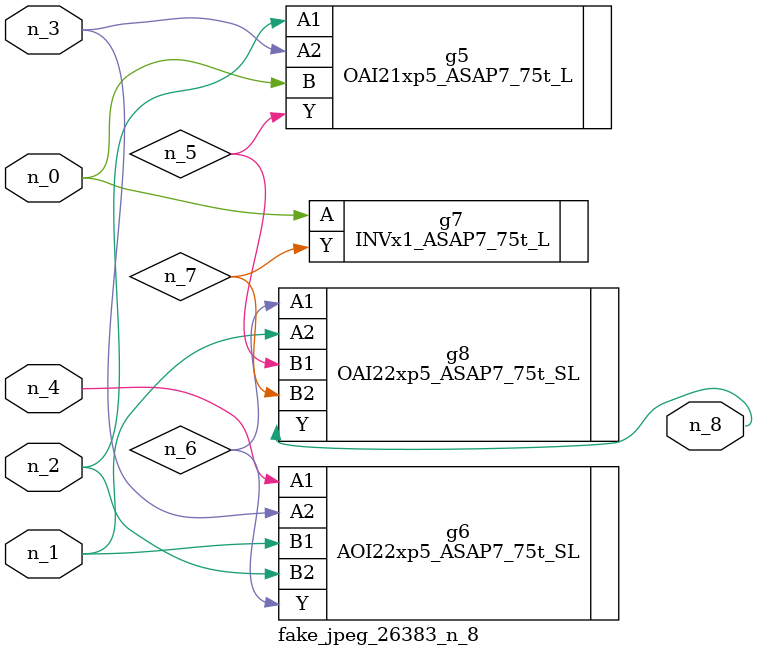
<source format=v>
module fake_jpeg_26383_n_8 (n_3, n_2, n_1, n_0, n_4, n_8);

input n_3;
input n_2;
input n_1;
input n_0;
input n_4;

output n_8;

wire n_6;
wire n_5;
wire n_7;

OAI21xp5_ASAP7_75t_L g5 ( 
.A1(n_2),
.A2(n_3),
.B(n_0),
.Y(n_5)
);

AOI22xp5_ASAP7_75t_SL g6 ( 
.A1(n_4),
.A2(n_3),
.B1(n_1),
.B2(n_2),
.Y(n_6)
);

INVx1_ASAP7_75t_L g7 ( 
.A(n_0),
.Y(n_7)
);

OAI22xp5_ASAP7_75t_SL g8 ( 
.A1(n_6),
.A2(n_1),
.B1(n_5),
.B2(n_7),
.Y(n_8)
);


endmodule
</source>
